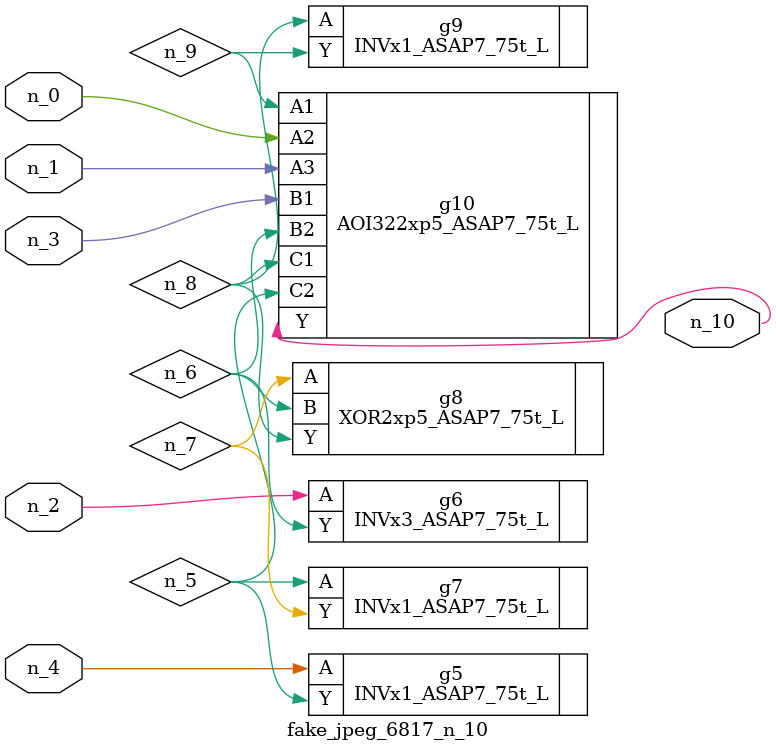
<source format=v>
module fake_jpeg_6817_n_10 (n_3, n_2, n_1, n_0, n_4, n_10);

input n_3;
input n_2;
input n_1;
input n_0;
input n_4;

output n_10;

wire n_8;
wire n_9;
wire n_6;
wire n_5;
wire n_7;

INVx1_ASAP7_75t_L g5 ( 
.A(n_4),
.Y(n_5)
);

INVx3_ASAP7_75t_L g6 ( 
.A(n_2),
.Y(n_6)
);

INVx1_ASAP7_75t_L g7 ( 
.A(n_5),
.Y(n_7)
);

XOR2xp5_ASAP7_75t_L g8 ( 
.A(n_7),
.B(n_6),
.Y(n_8)
);

INVx1_ASAP7_75t_L g9 ( 
.A(n_8),
.Y(n_9)
);

AOI322xp5_ASAP7_75t_L g10 ( 
.A1(n_9),
.A2(n_0),
.A3(n_1),
.B1(n_3),
.B2(n_6),
.C1(n_8),
.C2(n_5),
.Y(n_10)
);


endmodule
</source>
